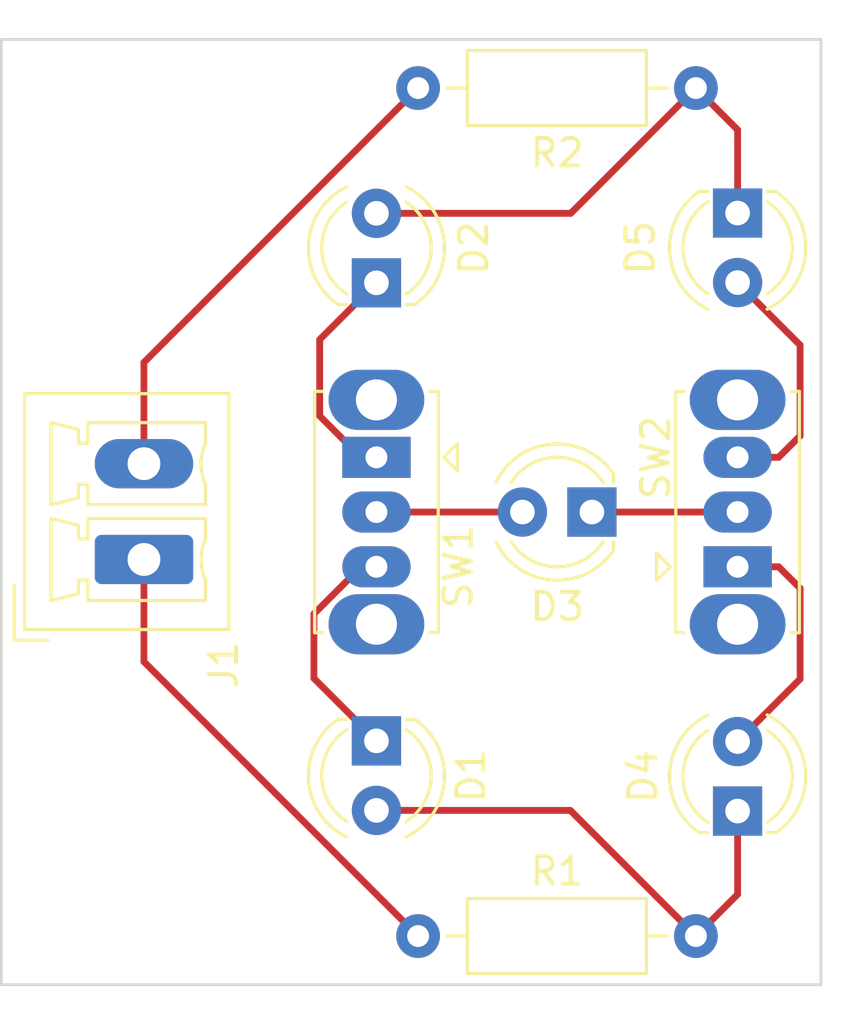
<source format=kicad_pcb>
(kicad_pcb (version 20211014) (generator pcbnew)
  (layers (0 "F.Cu" signal) (31 "B.Cu" signal) (34 "B.Paste" user) (35 "F.Paste" user) (36 "B.SilkS" user "B.Silkscreen") (37 "F.SilkS" user "F.Silkscreen") (38 "B.Mask" user) (39 "F.Mask" user) (44 "Edge.Cuts" user))
  (net 0 "")
  (net 1 "Net-(D1-Pad1)")
  (net 2 "Net-(D1-Pad2)")
  (net 3 "Net-(D2-Pad1)")
  (net 4 "Net-(D2-Pad2)")
  (net 5 "Net-(D3-Pad1)")
  (net 6 "Net-(D3-Pad2)")
  (net 7 "Net-(D4-Pad2)")
  (net 8 "Net-(D5-Pad2)")
  (net 9 "Net-(J1-Pad1)")
  (net 10 "Net-(J1-Pad2)")
  (footprint "LED_THT:LED_D4.0mm" (layer "F.Cu") (at 142.748 93.721 -90)
    (fp_text reference "D5" (at 1.27 3.556 90) (layer "F.SilkS"))
    (fp_text value "LED_Dual_Bidirectional")
    (fp_line (start -0.79 -1.399) (end -0.79 -1.08) (layer "F.SilkS") (width 0.12))
    (fp_line (start -0.79 1.08) (end -0.79 1.399) (layer "F.SilkS") (width 0.12))
    (fp_arc (start 3.513242 1.080724) (mid 1.453519 2.483228) (end -0.79 1.398749) (layer "F.SilkS") (width 0.12))
    (fp_arc (start -0.79 -1.398749) (mid 1.453519 -2.483228) (end 3.513242 -1.080724) (layer "F.SilkS") (width 0.12))
    (fp_arc (start -0.41333 -1.08) (mid 1.269429 -2) (end 2.952713 -1.080961) (layer "F.SilkS") (width 0.12))
    (fp_arc (start 2.952713 1.080961) (mid 1.269429 2) (end -0.41333 1.08) (layer "F.SilkS") (width 0.12))
    (pad "1" thru_hole rect (at 0 0 270) (size 1.8 1.8) (drill 0.9) (layers *.Cu *.Mask) (net 4 "Net-(D2-Pad2)"))
    (pad "2" thru_hole circle (at 2.54 0 270) (size 1.8 1.8) (drill 0.9) (layers *.Cu *.Mask) (net 8 "Net-(D5-Pad2)"))
  )
  (footprint "LED_THT:LED_D4.0mm" (layer "F.Cu") (at 142.748 115.575 90)
    (fp_text reference "D4" (at 1.27 -3.46 90) (layer "F.SilkS"))
    (fp_text value "LED_Dual_Bidirectional")
    (fp_line (start -0.79 1.08) (end -0.79 1.399) (layer "F.SilkS") (width 0.12))
    (fp_line (start -0.79 -1.399) (end -0.79 -1.08) (layer "F.SilkS") (width 0.12))
    (fp_arc (start 3.513242 1.080724) (mid 1.453519 2.483228) (end -0.79 1.398749) (layer "F.SilkS") (width 0.12))
    (fp_arc (start -0.79 -1.398749) (mid 1.453519 -2.483228) (end 3.513242 -1.080724) (layer "F.SilkS") (width 0.12))
    (fp_arc (start -0.41333 -1.08) (mid 1.269429 -2) (end 2.952713 -1.080961) (layer "F.SilkS") (width 0.12))
    (fp_arc (start 2.952713 1.080961) (mid 1.269429 2) (end -0.41333 1.08) (layer "F.SilkS") (width 0.12))
    (pad "1" thru_hole rect (at 0 0 90) (size 1.8 1.8) (drill 0.9) (layers *.Cu *.Mask) (net 2 "Net-(D1-Pad2)"))
    (pad "2" thru_hole circle (at 2.54 0 90) (size 1.8 1.8) (drill 0.9) (layers *.Cu *.Mask) (net 7 "Net-(D4-Pad2)"))
  )
  (footprint "LED_THT:LED_D4.0mm" (layer "F.Cu") (at 137.419 104.648 180)
    (fp_text reference "D3" (at 1.27 -3.46) (layer "F.SilkS"))
    (fp_text value "LED_Dual_Bidirectional")
    (fp_line (start -0.79 -1.399) (end -0.79 -1.08) (layer "F.SilkS") (width 0.12))
    (fp_line (start -0.79 1.08) (end -0.79 1.399) (layer "F.SilkS") (width 0.12))
    (fp_arc (start 2.952713 1.080961) (mid 1.269429 2) (end -0.41333 1.08) (layer "F.SilkS") (width 0.12))
    (fp_arc (start -0.79 -1.398749) (mid 1.453519 -2.483228) (end 3.513242 -1.080724) (layer "F.SilkS") (width 0.12))
    (fp_arc (start -0.41333 -1.08) (mid 1.269429 -2) (end 2.952713 -1.080961) (layer "F.SilkS") (width 0.12))
    (fp_arc (start 3.513242 1.080724) (mid 1.453519 2.483228) (end -0.79 1.398749) (layer "F.SilkS") (width 0.12))
    (pad "1" thru_hole rect (at 0 0 180) (size 1.8 1.8) (drill 0.9) (layers *.Cu *.Mask) (net 5 "Net-(D3-Pad1)"))
    (pad "2" thru_hole circle (at 2.54 0 180) (size 1.8 1.8) (drill 0.9) (layers *.Cu *.Mask) (net 6 "Net-(D3-Pad2)"))
  )
  (footprint "Connector_Phoenix_MC:PhoenixContact_MCV_1,5_2-G-3.5_1x02_P3.50mm_Vertical" (layer "F.Cu") (at 121.0385 106.3805 90)
    (fp_text reference "J1" (at -3.8555 2.9135 90) (layer "F.SilkS"))
    (fp_text value "Conn_01x02_Male")
    (fp_line (start 5 2.25) (end 4.25 2.25) (layer "F.SilkS") (width 0.12))
    (fp_line (start 5 -2.05) (end 5 2.25) (layer "F.SilkS") (width 0.12))
    (fp_line (start 1.5 -3.4) (end 1.25 -2.4) (layer "F.SilkS") (width 0.12))
    (fp_line (start 2 -3.4) (end 5 -3.4) (layer "F.SilkS") (width 0.12))
    (fp_line (start 1.5 -2.05) (end 1.5 2.25) (layer "F.SilkS") (width 0.12))
    (fp_line (start 0.75 -2.4) (end 0.75 -2.05) (layer "F.SilkS") (width 0.12))
    (fp_line (start 6.06 -4.36) (end -2.56 -4.36) (layer "F.SilkS") (width 0.12))
    (fp_line (start -1.5 -3.4) (end 1.5 -3.4) (layer "F.SilkS") (width 0.12))
    (fp_line (start 4.75 -2.4) (end 4.25 -2.4) (layer "F.SilkS") (width 0.12))
    (fp_line (start -2.56 -4.36) (end -2.56 3.11) (layer "F.SilkS") (width 0.12))
    (fp_line (start 2.75 -2.05) (end 2.75 -2.4) (layer "F.SilkS") (width 0.12))
    (fp_line (start 4.25 -2.05) (end 5 -2.05) (layer "F.SilkS") (width 0.12))
    (fp_line (start 4.25 -2.4) (end 4.25 -2.05) (layer "F.SilkS") (width 0.12))
    (fp_line (start 2.25 -2.4) (end 2 -3.4) (layer "F.SilkS") (width 0.12))
    (fp_line (start -2.95 -3.5) (end -2.95 -4.75) (layer "F.SilkS") (width 0.12))
    (fp_line (start 2.75 -2.4) (end 2.25 -2.4) (layer "F.SilkS") (width 0.12))
    (fp_line (start 0.75 -2.05) (end 1.5 -2.05) (layer "F.SilkS") (width 0.12))
    (fp_line (start -1.5 -2.05) (end -0.75 -2.05) (layer "F.SilkS") (width 0.12))
    (fp_line (start -0.75 -2.05) (end -0.75 -2.4) (layer "F.SilkS") (width 0.12))
    (fp_line (start 1.5 2.25) (end 0.75 2.25) (layer "F.SilkS") (width 0.12))
    (fp_line (start 2 2.25) (end 2 -2.05) (layer "F.SilkS") (width 0.12))
    (fp_line (start 1.25 -2.4) (end 0.75 -2.4) (layer "F.SilkS") (width 0.12))
    (fp_line (start -2.95 -4.75) (end -0.95 -4.75) (layer "F.SilkS") (width 0.12))
    (fp_line (start -0.75 2.25) (end -1.5 2.25) (layer "F.SilkS") (width 0.12))
    (fp_line (start 2 -2.05) (end 2.75 -2.05) (layer "F.SilkS") (width 0.12))
    (fp_line (start 5 -3.4) (end 4.75 -2.4) (layer "F.SilkS") (width 0.12))
    (fp_line (start -0.75 -2.4) (end -1.25 -2.4) (layer "F.SilkS") (width 0.12))
    (fp_line (start -1.5 2.25) (end -1.5 -2.05) (layer "F.SilkS") (width 0.12))
    (fp_line (start 2.75 2.25) (end 2 2.25) (layer "F.SilkS") (width 0.12))
    (fp_line (start 6.06 3.11) (end 6.06 -4.36) (layer "F.SilkS") (width 0.12))
    (fp_line (start -1.25 -2.4) (end -1.5 -3.4) (layer "F.SilkS") (width 0.12))
    (fp_line (start -2.56 3.11) (end 6.06 3.11) (layer "F.SilkS") (width 0.12))
    (fp_arc (start -0.75 2.25) (mid -0.000193 2.09191) (end 0.749647 2.249844) (layer "F.SilkS") (width 0.12))
    (fp_arc (start 2.75 2.25) (mid 3.499807 2.09191) (end 4.249647 2.249844) (layer "F.SilkS") (width 0.12))
    (pad "1" thru_hole roundrect (at 0 0 90) (size 1.8 3.6) (drill 1.2) (layers *.Cu *.Mask) (roundrect_rratio 0.138889) (net 9 "Net-(J1-Pad1)"))
    (pad "2" thru_hole oval (at 3.5 0 90) (size 1.8 3.6) (drill 1.2) (layers *.Cu *.Mask) (net 10 "Net-(J1-Pad2)"))
  )
  (footprint "Button_Switch_THT:SW_Slide_1P2T_CK_OS102011MS2Q" (layer "F.Cu") (at 142.748 106.648 90)
    (fp_text reference "SW2" (at 3.99 -2.99 90) (layer "F.SilkS"))
    (fp_text value "SW_SPDT")
    (fp_line (start -2.41 -2.26) (end 6.41 -2.26) (layer "F.SilkS") (width 0.12))
    (fp_line (start -0.5 -2.96) (end 0 -2.46) (layer "F.SilkS") (width 0.12))
    (fp_line (start 6.41 2.26) (end 6.41 1.95) (layer "F.SilkS") (width 0.12))
    (fp_line (start 0 -2.46) (end 0.5 -2.96) (layer "F.SilkS") (width 0.12))
    (fp_line (start 0.5 -2.96) (end -0.5 -2.96) (layer "F.SilkS") (width 0.12))
    (fp_line (start 6.41 2.26) (end -2.41 2.26) (layer "F.SilkS") (width 0.12))
    (fp_line (start 6.41 -2.26) (end 6.41 -1.95) (layer "F.SilkS") (width 0.12))
    (fp_line (start -2.41 -1.95) (end -2.41 -2.26) (layer "F.SilkS") (width 0.12))
    (fp_line (start -2.41 2.26) (end -2.41 1.95) (layer "F.SilkS") (width 0.12))
    (pad "" thru_hole oval (at 6.1 0 90) (size 2.2 3.5) (drill 1.5) (layers *.Cu *.Mask))
    (pad "" thru_hole oval (at -2.1 0 90) (size 2.2 3.5) (drill 1.5) (layers *.Cu *.Mask))
    (pad "1" thru_hole rect (at 0 0 90) (size 1.5 2.5) (drill 0.8) (layers *.Cu *.Mask) (net 7 "Net-(D4-Pad2)"))
    (pad "2" thru_hole oval (at 2 0 90) (size 1.5 2.5) (drill 0.8) (layers *.Cu *.Mask) (net 5 "Net-(D3-Pad1)"))
    (pad "3" thru_hole oval (at 4 0 90) (size 1.5 2.5) (drill 0.8) (layers *.Cu *.Mask) (net 8 "Net-(D5-Pad2)"))
  )
  (footprint "LED_THT:LED_D4.0mm" (layer "F.Cu") (at 129.54 96.271 90)
    (fp_text reference "D2" (at 1.269429 3.556 90) (layer "F.SilkS"))
    (fp_text value "LED_Dual_Bidirectional")
    (fp_line (start -0.79 1.08) (end -0.79 1.399) (layer "F.SilkS") (width 0.12))
    (fp_line (start -0.79 -1.399) (end -0.79 -1.08) (layer "F.SilkS") (width 0.12))
    (fp_arc (start 2.952713 1.080961) (mid 1.269429 2) (end -0.41333 1.08) (layer "F.SilkS") (width 0.12))
    (fp_arc (start 3.513242 1.080724) (mid 1.453519 2.483228) (end -0.79 1.398749) (layer "F.SilkS") (width 0.12))
    (fp_arc (start -0.79 -1.398749) (mid 1.453519 -2.483228) (end 3.513242 -1.080724) (layer "F.SilkS") (width 0.12))
    (fp_arc (start -0.41333 -1.08) (mid 1.269429 -2) (end 2.952713 -1.080961) (layer "F.SilkS") (width 0.12))
    (pad "1" thru_hole rect (at 0 0 90) (size 1.8 1.8) (drill 0.9) (layers *.Cu *.Mask) (net 3 "Net-(D2-Pad1)"))
    (pad "2" thru_hole circle (at 2.54 0 90) (size 1.8 1.8) (drill 0.9) (layers *.Cu *.Mask) (net 4 "Net-(D2-Pad2)"))
  )
  (footprint "Resistor_THT:R_Axial_DIN0207_L6.3mm_D2.5mm_P10.16mm_Horizontal" (layer "F.Cu") (at 141.224 89.154 180)
    (fp_text reference "R2" (at 5.08 -2.37) (layer "F.SilkS"))
    (fp_text value "100")
    (fp_line (start 1.04 0) (end 1.81 0) (layer "F.SilkS") (width 0.12))
    (fp_line (start 8.35 1.37) (end 8.35 -1.37) (layer "F.SilkS") (width 0.12))
    (fp_line (start 1.81 1.37) (end 8.35 1.37) (layer "F.SilkS") (width 0.12))
    (fp_line (start 1.81 -1.37) (end 1.81 1.37) (layer "F.SilkS") (width 0.12))
    (fp_line (start 8.35 -1.37) (end 1.81 -1.37) (layer "F.SilkS") (width 0.12))
    (fp_line (start 9.12 0) (end 8.35 0) (layer "F.SilkS") (width 0.12))
    (pad "1" thru_hole circle (at 0 0 180) (size 1.6 1.6) (drill 0.8) (layers *.Cu *.Mask) (net 4 "Net-(D2-Pad2)"))
    (pad "2" thru_hole oval (at 10.16 0 180) (size 1.6 1.6) (drill 0.8) (layers *.Cu *.Mask) (net 10 "Net-(J1-Pad2)"))
  )
  (footprint "LED_THT:LED_D4.0mm" (layer "F.Cu") (at 129.54 113.01 -90)
    (fp_text reference "D1" (at 1.27 -3.46 90) (layer "F.SilkS"))
    (fp_text value "LED_Dual_Bidirectional")
    (fp_line (start -0.79 -1.399) (end -0.79 -1.08) (layer "F.SilkS") (width 0.12))
    (fp_line (start -0.79 1.08) (end -0.79 1.399) (layer "F.SilkS") (width 0.12))
    (fp_arc (start -0.79 -1.398749) (mid 1.453519 -2.483228) (end 3.513242 -1.080724) (layer "F.SilkS") (width 0.12))
    (fp_arc (start 3.513242 1.080724) (mid 1.453519 2.483228) (end -0.79 1.398749) (layer "F.SilkS") (width 0.12))
    (fp_arc (start -0.41333 -1.08) (mid 1.269429 -2) (end 2.952713 -1.080961) (layer "F.SilkS") (width 0.12))
    (fp_arc (start 2.952713 1.080961) (mid 1.269429 2) (end -0.41333 1.08) (layer "F.SilkS") (width 0.12))
    (pad "1" thru_hole rect (at 0 0 270) (size 1.8 1.8) (drill 0.9) (layers *.Cu *.Mask) (net 1 "Net-(D1-Pad1)"))
    (pad "2" thru_hole circle (at 2.54 0 270) (size 1.8 1.8) (drill 0.9) (layers *.Cu *.Mask) (net 2 "Net-(D1-Pad2)"))
  )
  (footprint "Resistor_THT:R_Axial_DIN0207_L6.3mm_D2.5mm_P10.16mm_Horizontal" (layer "F.Cu") (at 131.064 120.142)
    (fp_text reference "R1" (at 5.08 -2.37) (layer "F.SilkS"))
    (fp_text value "150")
    (fp_line (start 9.12 0) (end 8.35 0) (layer "F.SilkS") (width 0.12))
    (fp_line (start 1.81 -1.37) (end 1.81 1.37) (layer "F.SilkS") (width 0.12))
    (fp_line (start 8.35 1.37) (end 8.35 -1.37) (layer "F.SilkS") (width 0.12))
    (fp_line (start 8.35 -1.37) (end 1.81 -1.37) (layer "F.SilkS") (width 0.12))
    (fp_line (start 1.81 1.37) (end 8.35 1.37) (layer "F.SilkS") (width 0.12))
    (fp_line (start 1.04 0) (end 1.81 0) (layer "F.SilkS") (width 0.12))
    (pad "1" thru_hole circle (at 0 0) (size 1.6 1.6) (drill 0.8) (layers *.Cu *.Mask) (net 9 "Net-(J1-Pad1)"))
    (pad "2" thru_hole oval (at 10.16 0) (size 1.6 1.6) (drill 0.8) (layers *.Cu *.Mask) (net 2 "Net-(D1-Pad2)"))
  )
  (footprint "Button_Switch_THT:SW_Slide_1P2T_CK_OS102011MS2Q" (layer "F.Cu") (at 129.54 102.648 -90)
    (fp_text reference "SW1" (at 3.99 -2.99 90) (layer "F.SilkS"))
    (fp_text value "SW_SPDT")
    (fp_line (start -0.5 -2.96) (end 0 -2.46) (layer "F.SilkS") (width 0.12))
    (fp_line (start 0.5 -2.96) (end -0.5 -2.96) (layer "F.SilkS") (width 0.12))
    (fp_line (start -2.41 -2.26) (end 6.41 -2.26) (layer "F.SilkS") (width 0.12))
    (fp_line (start -2.41 2.26) (end -2.41 1.95) (layer "F.SilkS") (width 0.12))
    (fp_line (start 0 -2.46) (end 0.5 -2.96) (layer "F.SilkS") (width 0.12))
    (fp_line (start -2.41 -1.95) (end -2.41 -2.26) (layer "F.SilkS") (width 0.12))
    (fp_line (start 6.41 -2.26) (end 6.41 -1.95) (layer "F.SilkS") (width 0.12))
    (fp_line (start 6.41 2.26) (end 6.41 1.95) (layer "F.SilkS") (width 0.12))
    (fp_line (start 6.41 2.26) (end -2.41 2.26) (layer "F.SilkS") (width 0.12))
    (pad "" thru_hole oval (at -2.1 0 270) (size 2.2 3.5) (drill 1.5) (layers *.Cu *.Mask))
    (pad "" thru_hole oval (at 6.1 0 270) (size 2.2 3.5) (drill 1.5) (layers *.Cu *.Mask))
    (pad "1" thru_hole rect (at 0 0 270) (size 1.5 2.5) (drill 0.8) (layers *.Cu *.Mask) (net 3 "Net-(D2-Pad1)"))
    (pad "2" thru_hole oval (at 2 0 270) (size 1.5 2.5) (drill 0.8) (layers *.Cu *.Mask) (net 6 "Net-(D3-Pad2)"))
    (pad "3" thru_hole oval (at 4 0 270) (size 1.5 2.5) (drill 0.8) (layers *.Cu *.Mask) (net 1 "Net-(D1-Pad1)"))
  )
  (gr_line (start 115.824 87.376) (end 115.824 121.92) (layer "Edge.Cuts") (width 0.1))
  (gr_line (start 115.824 121.92) (end 145.796 121.92) (layer "Edge.Cuts") (width 0.1))
  (gr_line (start 145.796 121.92) (end 145.796 87.376) (layer "Edge.Cuts") (width 0.1))
  (gr_line (start 145.796 87.376) (end 115.824 87.376) (layer "Edge.Cuts") (width 0.1))
  (segment (start 127.254 108.368746) (end 127.254 110.724) (width 0.25) (layer "F.Cu") (net 1))
  (segment (start 129.54 106.648) (end 128.974746 106.648) (width 0.25) (layer "F.Cu") (net 1))
  (segment (start 127.254 110.724) (end 129.54 113.01) (width 0.25) (layer "F.Cu") (net 1))
  (segment (start 128.974746 106.648) (end 127.254 108.368746) (width 0.25) (layer "F.Cu") (net 1))
  (segment (start 142.748 118.618) (end 141.224 120.142) (width 0.25) (layer "F.Cu") (net 2))
  (segment (start 136.632 115.55) (end 141.224 120.142) (width 0.25) (layer "F.Cu") (net 2))
  (segment (start 129.54 115.55) (end 136.632 115.55) (width 0.25) (layer "F.Cu") (net 2))
  (segment (start 142.748 115.575) (end 142.748 118.618) (width 0.25) (layer "F.Cu") (net 2))
  (segment (start 128.974746 102.648) (end 127.465 101.138254) (width 0.25) (layer "F.Cu") (net 3))
  (segment (start 129.54 102.648) (end 128.974746 102.648) (width 0.25) (layer "F.Cu") (net 3))
  (segment (start 127.465 98.346) (end 129.54 96.271) (width 0.25) (layer "F.Cu") (net 3))
  (segment (start 127.465 101.138254) (end 127.465 98.346) (width 0.25) (layer "F.Cu") (net 3))
  (segment (start 136.647 93.731) (end 141.224 89.154) (width 0.25) (layer "F.Cu") (net 4))
  (segment (start 142.748 90.678) (end 141.224 89.154) (width 0.25) (layer "F.Cu") (net 4))
  (segment (start 142.748 93.721) (end 142.748 90.678) (width 0.25) (layer "F.Cu") (net 4))
  (segment (start 129.54 93.731) (end 136.647 93.731) (width 0.25) (layer "F.Cu") (net 4))
  (segment (start 137.419 104.648) (end 142.748 104.648) (width 0.25) (layer "F.Cu") (net 5))
  (segment (start 129.54 104.648) (end 134.879 104.648) (width 0.25) (layer "F.Cu") (net 6))
  (segment (start 144.248 106.648) (end 145.034 107.434) (width 0.25) (layer "F.Cu") (net 7))
  (segment (start 142.748 106.648) (end 144.248 106.648) (width 0.25) (layer "F.Cu") (net 7))
  (segment (start 145.034 110.749) (end 142.748 113.035) (width 0.25) (layer "F.Cu") (net 7))
  (segment (start 145.034 107.434) (end 145.034 110.749) (width 0.25) (layer "F.Cu") (net 7))
  (segment (start 145.034 101.862) (end 145.034 98.547) (width 0.25) (layer "F.Cu") (net 8))
  (segment (start 145.034 98.547) (end 142.748 96.261) (width 0.25) (layer "F.Cu") (net 8))
  (segment (start 144.248 102.648) (end 145.034 101.862) (width 0.25) (layer "F.Cu") (net 8))
  (segment (start 142.748 102.648) (end 144.248 102.648) (width 0.25) (layer "F.Cu") (net 8))
  (segment (start 121.0385 110.1165) (end 131.064 120.142) (width 0.25) (layer "F.Cu") (net 9))
  (segment (start 121.0385 106.3805) (end 121.0385 110.1165) (width 0.25) (layer "F.Cu") (net 9))
  (segment (start 121.0385 99.1795) (end 131.064 89.154) (width 0.25) (layer "F.Cu") (net 10))
  (segment (start 121.0385 102.8805) (end 121.0385 99.1795) (width 0.25) (layer "F.Cu") (net 10))
)
</source>
